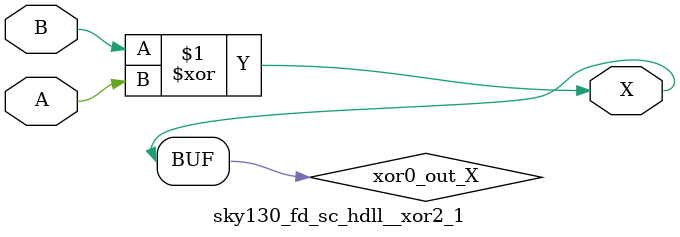
<source format=v>
/*
 * Copyright 2020 The SkyWater PDK Authors
 *
 * Licensed under the Apache License, Version 2.0 (the "License");
 * you may not use this file except in compliance with the License.
 * You may obtain a copy of the License at
 *
 *     https://www.apache.org/licenses/LICENSE-2.0
 *
 * Unless required by applicable law or agreed to in writing, software
 * distributed under the License is distributed on an "AS IS" BASIS,
 * WITHOUT WARRANTIES OR CONDITIONS OF ANY KIND, either express or implied.
 * See the License for the specific language governing permissions and
 * limitations under the License.
 *
 * SPDX-License-Identifier: Apache-2.0
*/


`ifndef SKY130_FD_SC_HDLL__XOR2_1_FUNCTIONAL_V
`define SKY130_FD_SC_HDLL__XOR2_1_FUNCTIONAL_V

/**
 * xor2: 2-input exclusive OR.
 *
 *       X = A ^ B
 *
 * Verilog simulation functional model.
 */

`timescale 1ns / 1ps
`default_nettype none

`celldefine
module sky130_fd_sc_hdll__xor2_1 (
    X,
    A,
    B
);

    // Module ports
    output X;
    input  A;
    input  B;

    // Local signals
    wire xor0_out_X;

    //  Name  Output      Other arguments
    xor xor0 (xor0_out_X, B, A           );
    buf buf0 (X         , xor0_out_X     );

endmodule
`endcelldefine

`default_nettype wire
`endif  // SKY130_FD_SC_HDLL__XOR2_1_FUNCTIONAL_V

</source>
